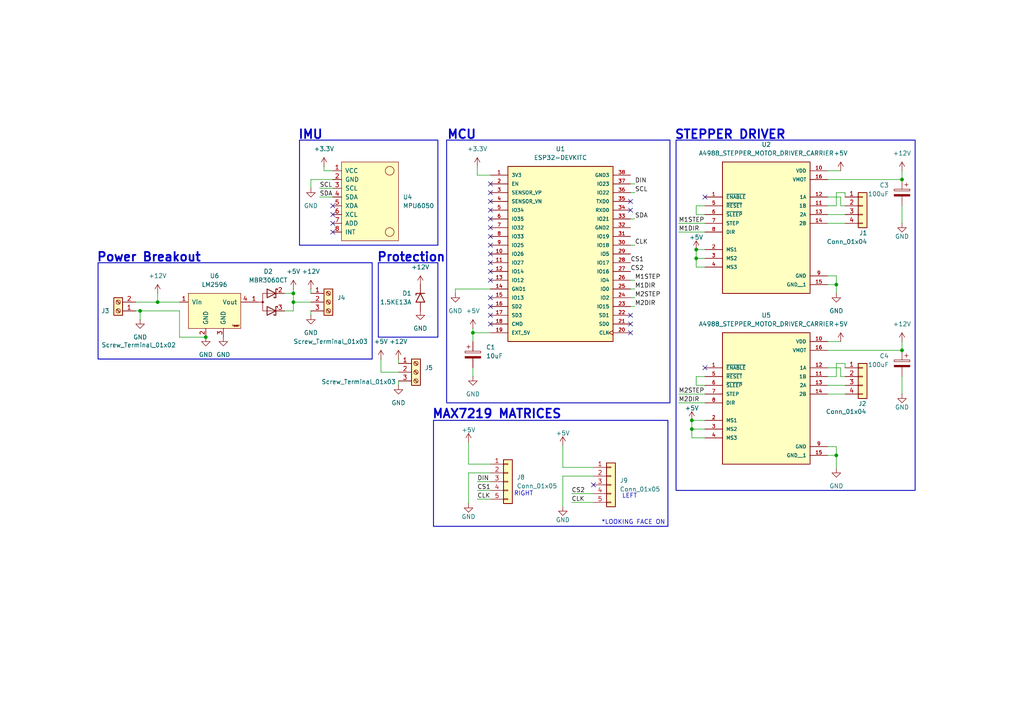
<source format=kicad_sch>
(kicad_sch (version 20250114) (generator "eeschema") (generator_version "9.0")
  (paper "A4")
  (lib_symbols
    (symbol "A4988_STEPPER_MOTOR_DRIVER_CARRIER:A4988_STEPPER_MOTOR_DRIVER_CARRIER" (pin_names (offset 1.016))
      (property "Reference" "U" (at -12.7 19.05 0))
      (property "Value" "A4988_STEPPER_MOTOR_DRIVER_CARRIER" (at -12.7 -24.13 0))
      (symbol "A4988_STEPPER_MOTOR_DRIVER_CARRIER_0_0"
        (rectangle (start -12.7 -20.32) (end 12.7 17.78) (stroke (width 0.254)) (fill (type background)))
        (pin input line (at -17.78 7.62 0) (length 5.08) (name "~{ENABLE}") (number "1"))
        (pin input line (at -17.78 5.08 0) (length 5.08) (name "~{RESET}") (number "5"))
        (pin input line (at -17.78 2.54 0) (length 5.08) (name "~{SLEEP}") (number "6"))
        (pin input line (at -17.78 0 0) (length 5.08) (name "STEP") (number "7"))
        (pin input line (at -17.78 -2.54 0) (length 5.08) (name "DIR") (number "8"))
        (pin input line (at -17.78 -7.62 0) (length 5.08) (name "MS1") (number "2"))
        (pin input line (at -17.78 -10.16 0) (length 5.08) (name "MS2") (number "3"))
        (pin input line (at -17.78 -12.7 0) (length 5.08) (name "MS3") (number "4"))
        (pin power_in line (at 17.78 15.24 180) (length 5.08) (name "VDD") (number "10"))
        (pin power_in line (at 17.78 12.7 180) (length 5.08) (name "VMOT") (number "16"))
        (pin output line (at 17.78 7.62 180) (length 5.08) (name "1A") (number "12"))
        (pin output line (at 17.78 5.08 180) (length 5.08) (name "1B") (number "11"))
        (pin output line (at 17.78 2.54 180) (length 5.08) (name "2A") (number "13"))
        (pin output line (at 17.78 0 180) (length 5.08) (name "2B") (number "14"))
        (pin power_in line (at 17.78 -15.24 180) (length 5.08) (name "GND") (number "9"))
        (pin power_in line (at 17.78 -17.78 180) (length 5.08) (name "GND__1") (number "15"))
      )
    )
    (symbol "Connector:Screw_Terminal_01x02" (pin_names (offset 1.016) (hide yes))
      (property "Reference" "J" (at 0 2.54 0))
      (property "Value" "Screw_Terminal_01x02" (at 0 -5.08 0))
      (symbol "Screw_Terminal_01x02_1_1"
        (rectangle (start -1.27 1.27) (end 1.27 -3.81) (stroke (width 0.254)) (fill (type background)))
        (polyline (pts (xy -0.5334 0.3302) (xy 0.3302 -0.508)) (stroke (width 0.1524)))
        (polyline (pts (xy -0.5334 -2.2098) (xy 0.3302 -3.048)) (stroke (width 0.1524)))
        (polyline (pts (xy -0.3556 0.508) (xy 0.508 -0.3302)) (stroke (width 0.1524)))
        (polyline (pts (xy -0.3556 -2.032) (xy 0.508 -2.8702)) (stroke (width 0.1524)))
        (circle (center 0 0) (radius 0.635) (stroke (width 0.1524)))
        (circle (center 0 -2.54) (radius 0.635) (stroke (width 0.1524)))
        (pin passive line (at -5.08 0 0) (length 3.81) (name "Pin_1") (number "1"))
        (pin passive line (at -5.08 -2.54 0) (length 3.81) (name "Pin_2") (number "2"))
      )
    )
    (symbol "Connector:Screw_Terminal_01x03" (pin_names (offset 1.016) (hide yes))
      (property "Reference" "J" (at 0 5.08 0))
      (property "Value" "Screw_Terminal_01x03" (at 0 -5.08 0))
      (symbol "Screw_Terminal_01x03_1_1"
        (rectangle (start -1.27 3.81) (end 1.27 -3.81) (stroke (width 0.254)) (fill (type background)))
        (polyline (pts (xy -0.5334 2.8702) (xy 0.3302 2.032)) (stroke (width 0.1524)))
        (polyline (pts (xy -0.5334 0.3302) (xy 0.3302 -0.508)) (stroke (width 0.1524)))
        (polyline (pts (xy -0.5334 -2.2098) (xy 0.3302 -3.048)) (stroke (width 0.1524)))
        (polyline (pts (xy -0.3556 3.048) (xy 0.508 2.2098)) (stroke (width 0.1524)))
        (polyline (pts (xy -0.3556 0.508) (xy 0.508 -0.3302)) (stroke (width 0.1524)))
        (polyline (pts (xy -0.3556 -2.032) (xy 0.508 -2.8702)) (stroke (width 0.1524)))
        (circle (center 0 2.54) (radius 0.635) (stroke (width 0.1524)))
        (circle (center 0 0) (radius 0.635) (stroke (width 0.1524)))
        (circle (center 0 -2.54) (radius 0.635) (stroke (width 0.1524)))
        (pin passive line (at -5.08 2.54 0) (length 3.81) (name "Pin_1") (number "1"))
        (pin passive line (at -5.08 0 0) (length 3.81) (name "Pin_2") (number "2"))
        (pin passive line (at -5.08 -2.54 0) (length 3.81) (name "Pin_3") (number "3"))
      )
    )
    (symbol "Connector_Generic:Conn_01x04" (pin_names (offset 1.016) (hide yes))
      (property "Reference" "J" (at 0 5.08 0))
      (property "Value" "Conn_01x04" (at 0 -7.62 0))
      (symbol "Conn_01x04_1_1"
        (rectangle (start -1.27 3.81) (end 1.27 -6.35) (stroke (width 0.254)) (fill (type background)))
        (rectangle (start -1.27 2.667) (end 0 2.413) (stroke (width 0.1524)))
        (rectangle (start -1.27 0.127) (end 0 -0.127) (stroke (width 0.1524)))
        (rectangle (start -1.27 -2.413) (end 0 -2.667) (stroke (width 0.1524)))
        (rectangle (start -1.27 -4.953) (end 0 -5.207) (stroke (width 0.1524)))
        (pin passive line (at -5.08 2.54 0) (length 3.81) (name "Pin_1") (number "1"))
        (pin passive line (at -5.08 0 0) (length 3.81) (name "Pin_2") (number "2"))
        (pin passive line (at -5.08 -2.54 0) (length 3.81) (name "Pin_3") (number "3"))
        (pin passive line (at -5.08 -5.08 0) (length 3.81) (name "Pin_4") (number "4"))
      )
    )
    (symbol "Connector_Generic:Conn_01x05" (pin_names (offset 1.016) (hide yes))
      (property "Reference" "J" (at 0 7.62 0))
      (property "Value" "Conn_01x05" (at 0 -7.62 0))
      (symbol "Conn_01x05_1_1"
        (rectangle (start -1.27 6.35) (end 1.27 -6.35) (stroke (width 0.254)) (fill (type background)))
        (rectangle (start -1.27 5.207) (end 0 4.953) (stroke (width 0.1524)))
        (rectangle (start -1.27 2.667) (end 0 2.413) (stroke (width 0.1524)))
        (rectangle (start -1.27 0.127) (end 0 -0.127) (stroke (width 0.1524)))
        (rectangle (start -1.27 -2.413) (end 0 -2.667) (stroke (width 0.1524)))
        (rectangle (start -1.27 -4.953) (end 0 -5.207) (stroke (width 0.1524)))
        (pin passive line (at -5.08 5.08 0) (length 3.81) (name "Pin_1") (number "1"))
        (pin passive line (at -5.08 2.54 0) (length 3.81) (name "Pin_2") (number "2"))
        (pin passive line (at -5.08 0 0) (length 3.81) (name "Pin_3") (number "3"))
        (pin passive line (at -5.08 -2.54 0) (length 3.81) (name "Pin_4") (number "4"))
        (pin passive line (at -5.08 -5.08 0) (length 3.81) (name "Pin_5") (number "5"))
      )
    )
    (symbol "Device:C_Polarized" (pin_numbers (hide yes)) (pin_names (offset 0.254))
      (property "Reference" "C" (at 0.635 2.54 0))
      (property "Value" "C_Polarized" (at 0.635 -2.54 0))
      (symbol "C_Polarized_0_1"
        (rectangle (start -2.286 0.508) (end 2.286 1.016))
        (polyline (pts (xy -1.778 2.286) (xy -0.762 2.286)))
        (polyline (pts (xy -1.27 2.794) (xy -1.27 1.778)))
        (rectangle (start 2.286 -0.508) (end -2.286 -1.016) (fill (type outline)))
      )
      (symbol "C_Polarized_1_1"
        (pin passive line (at 0 3.81 270) (length 2.794) (name "~") (number "1"))
        (pin passive line (at 0 -3.81 90) (length 2.794) (name "~") (number "2"))
      )
    )
    (symbol "Device:D_Schottky_Dual_CommonAnode_AKK_Parallel" (pin_names (offset 0.762) (hide yes))
      (property "Reference" "D" (at 0 5.08 0))
      (property "Value" "D_Schottky_Dual_CommonAnode_AKK_Parallel" (at 0 -5.08 0))
      (symbol "D_Schottky_Dual_CommonAnode_AKK_Parallel_0_1"
        (circle (center -1.27 0) (radius 0.254) (fill (type outline)))
        (polyline (pts (xy -1.27 0) (xy -2.54 0)))
        (polyline (pts (xy 0 3.81) (xy 2.54 2.54) (xy 0 1.27) (xy 0 3.81) (xy 0 3.81) (xy 0 3.81)) (stroke (width 0.254)))
        (polyline (pts (xy 0 -1.27) (xy 2.54 -2.54) (xy 0 -3.81) (xy 0 -1.27) (xy 0 -1.27) (xy 0 -1.27)) (stroke (width 0.254)))
        (polyline (pts (xy 2.54 2.54) (xy -1.27 2.54) (xy -1.27 -2.54) (xy 2.54 -2.54)))
        (polyline (pts (xy 3.048 3.556) (xy 3.048 3.81) (xy 2.54 3.81) (xy 2.54 1.27) (xy 2.032 1.27) (xy 2.032 1.524)) (stroke (width 0.254)))
        (polyline (pts (xy 3.048 -1.524) (xy 3.048 -1.27) (xy 2.54 -1.27) (xy 2.54 -3.81) (xy 2.032 -3.81) (xy 2.032 -3.556)) (stroke (width 0.254)))
        (pin passive line (at -5.08 0 0) (length 2.54) (name "A") (number "1"))
        (pin passive line (at 5.08 2.54 180) (length 2.54) (name "K") (number "2"))
        (pin passive line (at 5.08 -2.54 180) (length 2.54) (name "K") (number "3"))
      )
    )
    (symbol "Diode:1N630xA" (pin_numbers (hide yes)) (pin_names (offset 1.016) (hide yes))
      (property "Reference" "D" (at 0 2.54 0))
      (property "Value" "1N630xA" (at 0 -2.54 0))
      (symbol "1N630xA_0_1"
        (polyline (pts (xy -0.762 1.27) (xy -1.27 1.27) (xy -1.27 -1.27)) (stroke (width 0.254)))
        (polyline (pts (xy 1.27 1.27) (xy 1.27 -1.27) (xy -1.27 0) (xy 1.27 1.27)) (stroke (width 0.254)))
      )
      (symbol "1N630xA_1_1"
        (pin passive line (at -3.81 0 0) (length 2.54) (name "A1") (number "1"))
        (pin passive line (at 3.81 0 180) (length 2.54) (name "A2") (number "2"))
      )
    )
    (symbol "ESP32-DEVKITC:ESP32-DEVKITC" (pin_names (offset 1.016))
      (property "Reference" "U" (at -15.2572 26.0643 0))
      (property "Value" "ESP32-DEVKITC" (at -15.2563 -27.9698 0))
      (symbol "ESP32-DEVKITC_0_0"
        (rectangle (start -15.24 -25.4) (end 15.24 25.4) (stroke (width 0.254)) (fill (type background)))
        (pin power_in line (at -20.32 22.86 0) (length 5.08) (name "3V3") (number "1"))
        (pin input line (at -20.32 20.32 0) (length 5.08) (name "EN") (number "2"))
        (pin input line (at -20.32 17.78 0) (length 5.08) (name "SENSOR_VP") (number "3"))
        (pin input line (at -20.32 15.24 0) (length 5.08) (name "SENSOR_VN") (number "4"))
        (pin bidirectional line (at -20.32 12.7 0) (length 5.08) (name "IO34") (number "5"))
        (pin bidirectional line (at -20.32 10.16 0) (length 5.08) (name "IO35") (number "6"))
        (pin bidirectional line (at -20.32 7.62 0) (length 5.08) (name "IO32") (number "7"))
        (pin bidirectional line (at -20.32 5.08 0) (length 5.08) (name "IO33") (number "8"))
        (pin bidirectional line (at -20.32 2.54 0) (length 5.08) (name "IO25") (number "9"))
        (pin bidirectional line (at -20.32 0 0) (length 5.08) (name "IO26") (number "10"))
        (pin bidirectional line (at -20.32 -2.54 0) (length 5.08) (name "IO27") (number "11"))
        (pin bidirectional line (at -20.32 -5.08 0) (length 5.08) (name "IO14") (number "12"))
        (pin bidirectional line (at -20.32 -7.62 0) (length 5.08) (name "IO12") (number "13"))
        (pin power_in line (at -20.32 -10.16 0) (length 5.08) (name "GND1") (number "14"))
        (pin bidirectional line (at -20.32 -12.7 0) (length 5.08) (name "IO13") (number "15"))
        (pin bidirectional line (at -20.32 -15.24 0) (length 5.08) (name "SD2") (number "16"))
        (pin bidirectional line (at -20.32 -17.78 0) (length 5.08) (name "SD3") (number "17"))
        (pin bidirectional line (at -20.32 -20.32 0) (length 5.08) (name "CMD") (number "18"))
        (pin power_in line (at -20.32 -22.86 0) (length 5.08) (name "EXT_5V") (number "19"))
        (pin power_in line (at 20.32 22.86 180) (length 5.08) (name "GND3") (number "38"))
        (pin bidirectional line (at 20.32 20.32 180) (length 5.08) (name "IO23") (number "37"))
        (pin bidirectional line (at 20.32 17.78 180) (length 5.08) (name "IO22") (number "36"))
        (pin output line (at 20.32 15.24 180) (length 5.08) (name "TXD0") (number "35"))
        (pin input line (at 20.32 12.7 180) (length 5.08) (name "RXD0") (number "34"))
        (pin bidirectional line (at 20.32 10.16 180) (length 5.08) (name "IO21") (number "33"))
        (pin power_in line (at 20.32 7.62 180) (length 5.08) (name "GND2") (number "32"))
        (pin bidirectional line (at 20.32 5.08 180) (length 5.08) (name "IO19") (number "31"))
        (pin bidirectional line (at 20.32 2.54 180) (length 5.08) (name "IO18") (number "30"))
        (pin bidirectional line (at 20.32 0 180) (length 5.08) (name "IO5") (number "29"))
        (pin bidirectional line (at 20.32 -2.54 180) (length 5.08) (name "IO17") (number "28"))
        (pin bidirectional line (at 20.32 -5.08 180) (length 5.08) (name "IO16") (number "27"))
        (pin bidirectional line (at 20.32 -7.62 180) (length 5.08) (name "IO4") (number "26"))
        (pin bidirectional line (at 20.32 -10.16 180) (length 5.08) (name "IO0") (number "25"))
        (pin bidirectional line (at 20.32 -12.7 180) (length 5.08) (name "IO2") (number "24"))
        (pin bidirectional line (at 20.32 -15.24 180) (length 5.08) (name "IO15") (number "23"))
        (pin bidirectional line (at 20.32 -17.78 180) (length 5.08) (name "SD1") (number "22"))
        (pin bidirectional line (at 20.32 -20.32 180) (length 5.08) (name "SD0") (number "21"))
        (pin input clock (at 20.32 -22.86 180) (length 5.08) (name "CLK") (number "20"))
      )
    )
    (symbol "LM2569:LM2596" (pin_names (offset 1.016))
      (property "Reference" "U" (at -5.08 6.35 0))
      (property "Value" "LM2596" (at 0 11.43 0))
      (symbol "LM2596_0_1"
        (rectangle (start -7.62 5.08) (end 7.62 -5.08) (fill (type background)))
      )
      (symbol "LM2596_1_1"
        (text "Y@@V" (at 6.1976 -4.2672 0) (effects (font (size 0.508 0.508))))
        (pin power_in line (at -10.16 2.54 0) (length 2.54) (name "Vin") (number "1"))
        (pin power_in line (at -2.54 -7.62 90) (length 2.54) (name "GND") (number "2"))
        (pin power_in line (at 2.54 -7.62 90) (length 2.54) (name "GND") (number "3"))
        (pin power_out line (at 10.16 2.54 180) (length 2.54) (name "Vout") (number "4"))
      )
    )
    (symbol "power:+12V" (power) (pin_numbers (hide yes)) (pin_names (offset 0) (hide yes))
      (property "Value" "+12V" (at 0 3.556 0))
      (symbol "+12V_0_1"
        (polyline (pts (xy -0.762 1.27) (xy 0 2.54)))
        (polyline (pts (xy 0 2.54) (xy 0.762 1.27)))
        (polyline (pts (xy 0 0) (xy 0 2.54)))
      )
      (symbol "+12V_1_1"
        (pin power_in line (at 0 0 90) (length 0) (name "~") (number "1"))
      )
    )
    (symbol "power:+3.3V" (power) (pin_numbers (hide yes)) (pin_names (offset 0) (hide yes))
      (property "Value" "+3.3V" (at 0 3.556 0))
      (symbol "+3.3V_0_1"
        (polyline (pts (xy -0.762 1.27) (xy 0 2.54)))
        (polyline (pts (xy 0 2.54) (xy 0.762 1.27)))
        (polyline (pts (xy 0 0) (xy 0 2.54)))
      )
      (symbol "+3.3V_1_1"
        (pin power_in line (at 0 0 90) (length 0) (name "~") (number "1"))
      )
    )
    (symbol "power:+5V" (power) (pin_numbers (hide yes)) (pin_names (offset 0) (hide yes))
      (property "Value" "+5V" (at 0 3.556 0))
      (symbol "+5V_0_1"
        (polyline (pts (xy -0.762 1.27) (xy 0 2.54)))
        (polyline (pts (xy 0 2.54) (xy 0.762 1.27)))
        (polyline (pts (xy 0 0) (xy 0 2.54)))
      )
      (symbol "+5V_1_1"
        (pin power_in line (at 0 0 90) (length 0) (name "~") (number "1"))
      )
    )
    (symbol "power:GND" (power) (pin_numbers (hide yes)) (pin_names (offset 0) (hide yes))
      (property "Value" "GND" (at 0 -3.81 0))
      (symbol "GND_0_1"
        (polyline (pts (xy 0 0) (xy 0 -1.27) (xy 1.27 -1.27) (xy 0 -2.54) (xy -1.27 -1.27) (xy 0 -1.27)))
      )
      (symbol "GND_1_1"
        (pin power_in line (at 0 0 270) (length 0) (name "~") (number "1"))
      )
    )
    (symbol "usini_sensors:module_mpu6050" (pin_names (offset 1.016))
      (property "Reference" "U" (at 2.54 21.59 0))
      (property "Value" "module_mpu6050" (at 11.43 -3.81 0))
      (symbol "module_mpu6050_0_1"
        (rectangle (start 2.54 20.32) (end 19.05 -2.54) (fill (type background)))
        (circle (center 16.51 17.78) (radius 1.27))
        (circle (center 16.51 0) (radius 1.27))
      )
      (symbol "module_mpu6050_1_1"
        (pin input line (at 0 17.78 0) (length 2.54) (name "VCC") (number "1"))
        (pin input line (at 0 15.24 0) (length 2.54) (name "GND") (number "2"))
        (pin input line (at 0 12.7 0) (length 2.54) (name "SCL") (number "3"))
        (pin input line (at 0 10.16 0) (length 2.54) (name "SDA") (number "4"))
        (pin input line (at 0 7.62 0) (length 2.54) (name "XDA") (number "5"))
        (pin input line (at 0 5.08 0) (length 2.54) (name "XCL") (number "6"))
        (pin input line (at 0 2.54 0) (length 2.54) (name "ADD") (number "7"))
        (pin input line (at 0 0 0) (length 2.54) (name "INT") (number "8"))
      )
    )
  )
  (rectangle (start 86.868 40.64) (end 127 71.12) (stroke (width 0.254)))
  (rectangle (start 125.73 121.92) (end 193.7182 152.654) (stroke (width 0.254)))
  (rectangle (start 109.728 76.2) (end 127 97.79) (stroke (width 0.254)))
  (rectangle (start 28.448 76.2) (end 107.95 104.14) (stroke (width 0.254)))
  (rectangle (start 129.54 40.64) (end 194.31 116.84) (stroke (width 0.254)))
  (rectangle (start 196.088 40.64) (end 265.43 142.24) (stroke (width 0.254)))
  (text "MAX7219 MATRICES" (at 125.222 121.666 0) (effects (font (size 2.54 2.54) (thickness 0.508) (bold yes)) (justify left bottom)))
  (text "Protection\n" (at 109.22 76.2 0) (effects (font (size 2.54 2.54) (thickness 0.508) (bold yes)) (justify left bottom)))
  (text "IMU" (at 86.36 40.64 0) (effects (font (size 2.54 2.54) (thickness 0.508) (bold yes)) (justify left bottom)))
  (text "LEFT" (at 184.8282 143.933 0) (effects (font (size 1.27 1.27)) (justify right)))
  (text "RIGHT" (at 154.686 143.256 0) (effects (font (size 1.27 1.27)) (justify right)))
  (text "*LOOKING FACE ON" (at 192.9562 151.553 0) (effects (font (size 1.27 1.27)) (justify right)))
  (text "STEPPER DRIVER" (at 195.58 40.64 0) (effects (font (size 2.54 2.54) (thickness 0.508) (bold yes)) (justify left bottom)))
  (text "Power Breakout\n" (at 27.94 76.2 0) (effects (font (size 2.54 2.54) (thickness 0.508) (bold yes)) (justify left bottom)))
  (text "MCU" (at 129.54 40.64 0) (effects (font (size 2.54 2.54) (thickness 0.508) (bold yes)) (justify left bottom)))
  (junction (at 261.62 52.07))
  (junction (at 85.09 85.09))
  (junction (at 40.64 90.17))
  (junction (at 59.69 97.79))
  (junction (at 201.93 74.93))
  (junction (at 261.62 101.6))
  (junction (at 201.93 72.39))
  (junction (at 242.57 82.55))
  (junction (at 200.66 121.92))
  (junction (at 85.09 87.63))
  (junction (at 242.57 132.08))
  (junction (at 200.66 124.46))
  (junction (at 45.72 87.63))
  (junction (at 137.16 96.52))
  (no_connect (at 204.47 106.68))
  (no_connect (at 182.88 96.52))
  (no_connect (at 142.24 53.34))
  (no_connect (at 96.52 64.77))
  (no_connect (at 96.52 67.31))
  (no_connect (at 142.24 91.44))
  (no_connect (at 142.24 93.98))
  (no_connect (at 142.24 81.28))
  (no_connect (at 182.88 93.98))
  (no_connect (at 182.88 60.96))
  (no_connect (at 142.24 71.12))
  (no_connect (at 142.24 73.66))
  (no_connect (at 142.24 58.42))
  (no_connect (at 142.24 86.36))
  (no_connect (at 204.47 57.15))
  (no_connect (at 142.24 78.74))
  (no_connect (at 142.24 63.5))
  (no_connect (at 142.24 88.9))
  (no_connect (at 96.52 59.69))
  (no_connect (at 142.24 76.2))
  (no_connect (at 142.24 66.04))
  (no_connect (at 182.88 58.42))
  (no_connect (at 182.88 91.44))
  (no_connect (at 142.24 68.58))
  (no_connect (at 172.1282 140.631))
  (no_connect (at 96.52 62.23))
  (no_connect (at 142.24 55.88))
  (no_connect (at 142.24 60.96))
  (wire (pts (xy 115.57 110.49) (xy 115.57 111.76)))
  (wire (pts (xy 90.17 90.17) (xy 90.17 91.44)))
  (wire (pts (xy 240.03 129.54) (xy 242.57 129.54)))
  (wire (pts (xy 196.85 114.3) (xy 204.47 114.3)))
  (wire (pts (xy 200.66 127) (xy 200.66 124.46)))
  (wire (pts (xy 137.16 96.52) (xy 137.16 95.25)))
  (wire (pts (xy 240.03 64.77) (xy 245.11 64.77)))
  (wire (pts (xy 240.03 101.6) (xy 261.62 101.6)))
  (wire (pts (xy 40.64 90.17) (xy 52.07 90.17)))
  (wire (pts (xy 142.24 134.62) (xy 135.89 134.62)))
  (wire (pts (xy 201.93 77.47) (xy 201.93 74.93)))
  (wire (pts (xy 242.57 129.54) (xy 242.57 132.08)))
  (wire (pts (xy 82.55 90.17) (xy 85.09 90.17)))
  (wire (pts (xy 196.85 64.77) (xy 204.47 64.77)))
  (wire (pts (xy 163.2382 138.091) (xy 172.1282 138.091)))
  (wire (pts (xy 242.57 132.08) (xy 242.57 135.89)))
  (wire (pts (xy 138.43 142.24) (xy 142.24 142.24)))
  (wire (pts (xy 142.24 137.16) (xy 135.89 137.16)))
  (wire (pts (xy 240.03 62.23) (xy 245.11 62.23)))
  (wire (pts (xy 184.15 86.36) (xy 182.88 86.36)))
  (wire (pts (xy 240.03 82.55) (xy 242.57 82.55)))
  (wire (pts (xy 115.57 104.14) (xy 115.57 105.41)))
  (wire (pts (xy 240.03 59.69) (xy 242.57 59.69)))
  (wire (pts (xy 132.08 83.82) (xy 132.08 85.09)))
  (wire (pts (xy 201.93 74.93) (xy 204.47 74.93)))
  (wire (pts (xy 201.93 111.76) (xy 204.47 111.76)))
  (wire (pts (xy 196.85 67.31) (xy 204.47 67.31)))
  (wire (pts (xy 85.09 87.63) (xy 85.09 90.17)))
  (wire (pts (xy 184.15 63.5) (xy 182.88 63.5)))
  (wire (pts (xy 85.09 83.82) (xy 85.09 85.09)))
  (wire (pts (xy 242.57 109.22) (xy 240.03 109.22)))
  (wire (pts (xy 142.24 50.8) (xy 138.43 50.8)))
  (wire (pts (xy 182.88 71.12) (xy 184.15 71.12)))
  (wire (pts (xy 242.57 82.55) (xy 242.57 85.09)))
  (wire (pts (xy 96.52 52.07) (xy 90.17 52.07)))
  (wire (pts (xy 93.98 49.53) (xy 93.98 48.26)))
  (wire (pts (xy 240.03 114.3) (xy 245.11 114.3)))
  (wire (pts (xy 39.37 87.63) (xy 45.72 87.63)))
  (wire (pts (xy 45.72 87.63) (xy 45.72 85.09)))
  (wire (pts (xy 245.11 55.88) (xy 245.11 57.15)))
  (wire (pts (xy 243.84 59.69) (xy 243.84 57.15)))
  (wire (pts (xy 240.03 99.06) (xy 243.84 99.06)))
  (wire (pts (xy 184.15 81.28) (xy 182.88 81.28)))
  (wire (pts (xy 163.2382 129.201) (xy 163.2382 135.551)))
  (wire (pts (xy 40.64 90.17) (xy 40.64 92.71)))
  (wire (pts (xy 204.47 127) (xy 200.66 127)))
  (wire (pts (xy 137.16 106.68) (xy 137.16 109.22)))
  (wire (pts (xy 261.62 49.53) (xy 261.62 52.07)))
  (wire (pts (xy 165.7782 143.171) (xy 172.1282 143.171)))
  (wire (pts (xy 204.47 77.47) (xy 201.93 77.47)))
  (wire (pts (xy 242.57 132.08) (xy 240.03 132.08)))
  (wire (pts (xy 135.89 128.27) (xy 135.89 134.62)))
  (wire (pts (xy 142.24 96.52) (xy 137.16 96.52)))
  (wire (pts (xy 196.85 116.84) (xy 204.47 116.84)))
  (wire (pts (xy 204.47 109.22) (xy 201.93 109.22)))
  (wire (pts (xy 90.17 83.82) (xy 90.17 85.09)))
  (wire (pts (xy 163.2382 135.551) (xy 172.1282 135.551)))
  (wire (pts (xy 92.71 57.15) (xy 96.52 57.15)))
  (wire (pts (xy 243.84 109.22) (xy 245.11 109.22)))
  (wire (pts (xy 200.66 124.46) (xy 204.47 124.46)))
  (wire (pts (xy 240.03 52.07) (xy 261.62 52.07)))
  (wire (pts (xy 135.89 137.16) (xy 135.89 146.05)))
  (wire (pts (xy 242.57 105.41) (xy 242.57 109.22)))
  (wire (pts (xy 52.07 90.17) (xy 52.07 97.79)))
  (wire (pts (xy 184.15 83.82) (xy 182.88 83.82)))
  (wire (pts (xy 261.62 114.3) (xy 261.62 109.22)))
  (wire (pts (xy 138.43 50.8) (xy 138.43 48.26)))
  (wire (pts (xy 184.15 55.88) (xy 182.88 55.88)))
  (wire (pts (xy 201.93 62.23) (xy 204.47 62.23)))
  (wire (pts (xy 242.57 59.69) (xy 242.57 55.88)))
  (wire (pts (xy 96.52 49.53) (xy 93.98 49.53)))
  (wire (pts (xy 92.71 54.61) (xy 96.52 54.61)))
  (wire (pts (xy 243.84 106.68) (xy 243.84 109.22)))
  (wire (pts (xy 184.15 88.9) (xy 182.88 88.9)))
  (wire (pts (xy 110.49 104.14) (xy 110.49 107.95)))
  (wire (pts (xy 200.66 121.92) (xy 204.47 121.92)))
  (wire (pts (xy 182.88 53.34) (xy 184.15 53.34)))
  (wire (pts (xy 204.47 59.69) (xy 201.93 59.69)))
  (wire (pts (xy 165.7782 145.711) (xy 172.1282 145.711)))
  (wire (pts (xy 115.57 107.95) (xy 110.49 107.95)))
  (wire (pts (xy 261.62 64.77) (xy 261.62 59.69)))
  (wire (pts (xy 85.09 85.09) (xy 85.09 87.63)))
  (wire (pts (xy 245.11 106.68) (xy 245.11 105.41)))
  (wire (pts (xy 245.11 59.69) (xy 243.84 59.69)))
  (wire (pts (xy 137.16 96.52) (xy 137.16 99.06)))
  (wire (pts (xy 240.03 106.68) (xy 243.84 106.68)))
  (wire (pts (xy 201.93 72.39) (xy 204.47 72.39)))
  (wire (pts (xy 242.57 80.01) (xy 242.57 82.55)))
  (wire (pts (xy 243.84 57.15) (xy 240.03 57.15)))
  (wire (pts (xy 201.93 59.69) (xy 201.93 62.23)))
  (wire (pts (xy 201.93 109.22) (xy 201.93 111.76)))
  (wire (pts (xy 201.93 74.93) (xy 201.93 72.39)))
  (wire (pts (xy 138.43 144.78) (xy 142.24 144.78)))
  (wire (pts (xy 52.07 97.79) (xy 59.69 97.79)))
  (wire (pts (xy 142.24 83.82) (xy 132.08 83.82)))
  (wire (pts (xy 90.17 87.63) (xy 85.09 87.63)))
  (wire (pts (xy 200.66 124.46) (xy 200.66 121.92)))
  (wire (pts (xy 261.62 101.6) (xy 261.62 99.06)))
  (wire (pts (xy 39.37 90.17) (xy 40.64 90.17)))
  (wire (pts (xy 82.55 85.09) (xy 85.09 85.09)))
  (wire (pts (xy 138.43 139.7) (xy 142.24 139.7)))
  (wire (pts (xy 245.11 105.41) (xy 242.57 105.41)))
  (wire (pts (xy 90.17 52.07) (xy 90.17 54.61)))
  (wire (pts (xy 240.03 111.76) (xy 245.11 111.76)))
  (wire (pts (xy 240.03 80.01) (xy 242.57 80.01)))
  (wire (pts (xy 240.03 49.53) (xy 243.84 49.53)))
  (wire (pts (xy 242.57 55.88) (xy 245.11 55.88)))
  (wire (pts (xy 163.2382 138.091) (xy 163.2382 146.981)))
  (wire (pts (xy 45.72 87.63) (xy 52.07 87.63)))
  (label "SCL" (at 184.15 55.88 0))
  (label "CS2" (at 165.7782 143.171 0))
  (label "M1STEP" (at 196.85 64.77 0))
  (label "M1DIR" (at 196.85 67.31 0))
  (label "CLK" (at 165.7782 145.711 0))
  (label "M2STEP" (at 184.15 86.36 0))
  (label "CLK" (at 184.15 71.12 0))
  (label "M2DIR" (at 196.85 116.84 0))
  (label "CS2" (at 182.88 78.74 0))
  (label "CS1" (at 138.43 142.24 0))
  (label "M1DIR" (at 184.15 83.82 0))
  (label "DIN" (at 138.43 139.7 0))
  (label "M2DIR" (at 184.15 88.9 0))
  (label "M1STEP" (at 184.15 81.28 0))
  (label "DIN" (at 184.15 53.34 0))
  (label "SDA" (at 92.71 57.15 0))
  (label "CS1" (at 182.88 76.2 0))
  (label "SDA" (at 184.15 63.5 0))
  (label "SCL" (at 92.71 54.61 0))
  (label "CLK" (at 138.43 144.78 0))
  (label "M2STEP" (at 196.85 114.3 0))
  (symbol (lib_id "Connector:Screw_Terminal_01x03") (at 120.65 107.95 0) (unit 1)
    (property "Reference" "J5" (at 123.19 106.6799 0) (effects (justify left)))
    (property "Value" "Screw_Terminal_01x03" (at 93.218 110.744 0) (effects (justify left)))
    (property "Footprint" "TerminalBlock_Phoenix:TerminalBlock_Phoenix_MKDS-1,5-3-5.08_1x03_P5.08mm_Horizontal" (effects (hide yes)))
    (property "Description" "Generic screw terminal, single row, 01x03, script generated (kicad-library-utils/schlib/autogen/connector/)" (effects (hide yes)))
  )
  (symbol (lib_id "power:+5V") (at 201.93 72.39 0) (unit 1)
    (property "Reference" "#PWR04" (effects (hide yes)))
    (property "Value" "+5V" (at 201.93 68.834 0))
    (property "Description" "Power symbol creates a global label with name \"+5V\"" (effects (hide yes)))
  )
  (symbol (lib_id "power:GND") (at 115.57 111.76 0) (unit 1)
    (property "Reference" "#PWR033" (effects (hide yes)))
    (property "Value" "GND" (at 115.57 116.84 0))
    (property "Description" "Power symbol creates a global label with name \"GND\" , ground" (effects (hide yes)))
  )
  (symbol (lib_id "Connector:Screw_Terminal_01x02") (at 34.29 90.17 180) (unit 1)
    (property "Reference" "J3" (at 31.75 90.1701 0) (effects (justify left)))
    (property "Value" "Screw_Terminal_01x02" (at 51.054 100.076 0) (effects (justify left)))
    (property "Footprint" "TerminalBlock_Phoenix:TerminalBlock_Phoenix_MKDS-1,5-2-5.08_1x02_P5.08mm_Horizontal" (effects (hide yes)))
    (property "Description" "Generic screw terminal, single row, 01x02, script generated (kicad-library-utils/schlib/autogen/connector/)" (effects (hide yes)))
  )
  (symbol (lib_id "LM2569:LM2596") (at 62.23 90.17 0) (unit 1)
    (property "Reference" "U6" (at 62.23 80.01 0))
    (property "Value" "LM2596" (at 62.23 82.55 0))
    (property "Footprint" "LM2596S:DCDC_StepDown_LM2596" (effects (hide yes)))
    (property "Description" "module : adjustable step down module 3.2V-40V to 1.25V-35V 3A" (effects (hide yes)))
  )
  (symbol (lib_id "power:+5V") (at 243.84 99.06 0) (unit 1)
    (property "Reference" "#PWR08" (effects (hide yes)))
    (property "Value" "+5V" (at 243.84 93.98 0))
    (property "Description" "Power symbol creates a global label with name \"+5V\"" (effects (hide yes)))
  )
  (symbol (lib_id "A4988_STEPPER_MOTOR_DRIVER_CARRIER:A4988_STEPPER_MOTOR_DRIVER_CARRIER") (at 222.25 114.3 0) (unit 1)
    (property "Reference" "U5" (at 222.25 91.44 0))
    (property "Value" "A4988_STEPPER_MOTOR_DRIVER_CARRIER" (at 222.25 93.98 0))
    (property "Footprint" "A4988_STEPPER_MOTOR_DRIVER_CARRIER:MODULE_A4988_STEPPER_MOTOR_DRIVER_CARRIER" (effects (hide yes)))
    (property "MF" "Pololu" (effects (hide yes)))
    (property "DESCRIPTION" "Stepper motor controler; IC: A4988; 1A; Uin mot: 8÷35V" (effects (hide yes)))
    (property "PACKAGE" "None" (effects (hide yes)))
    (property "PRICE" "None" (effects (hide yes)))
    (property "Package" "None" (effects (hide yes)))
    (property "Check_prices" "https://www.snapeda.com/parts/A4988%20STEPPER%20MOTOR%20DRIVER%20CARRIER/Pololu/view-part/?ref=eda" (effects (hide yes)))
    (property "Price" "None" (effects (hide yes)))
    (property "SnapEDA_Link" "https://www.snapeda.com/parts/A4988%20STEPPER%20MOTOR%20DRIVER%20CARRIER/Pololu/view-part/?ref=snap" (effects (hide yes)))
    (property "MP" "A4988 STEPPER MOTOR DRIVER CARRIER" (effects (hide yes)))
    (property "Availability" "Not in stock" (effects (hide yes)))
    (property "AVAILABILITY" "Unavailable" (effects (hide yes)))
    (property "Description_1" "Stepper Motor Driver" (effects (hide yes)))
  )
  (symbol (lib_id "power:+5V") (at 200.66 121.92 0) (unit 1)
    (property "Reference" "#PWR03" (effects (hide yes)))
    (property "Value" "+5V" (at 200.66 118.364 0))
    (property "Description" "Power symbol creates a global label with name \"+5V\"" (effects (hide yes)))
  )
  (symbol (lib_id "power:+12V") (at 261.62 49.53 0) (unit 1)
    (property "Reference" "#PWR07" (effects (hide yes)))
    (property "Value" "+12V" (at 261.62 44.45 0))
    (property "Description" "Power symbol creates a global label with name \"+12V\"" (effects (hide yes)))
  )
  (symbol (lib_id "Device:C_Polarized") (at 261.62 105.41 0) (mirror y) (unit 1)
    (property "Reference" "C4" (at 257.81 103.2509 0) (effects (justify left)))
    (property "Value" "100uF" (at 257.81 105.7909 0) (effects (justify left)))
    (property "Footprint" "Capacitor_THT:CP_Radial_D6.3mm_P2.50mm" (effects (hide yes)))
    (property "Description" "Polarized capacitor" (effects (hide yes)))
  )
  (symbol (lib_id "Diode:1N630xA") (at 121.92 86.36 90) (mirror x) (unit 1)
    (property "Reference" "D1" (at 119.38 85.0899 90) (effects (justify left)))
    (property "Value" "1.5KE13A" (at 119.38 87.6299 90) (effects (justify left)))
    (property "Footprint" "Diode_THT:D_DO-201AE_P15.24mm_Horizontal" (effects (hide yes)))
    (property "Datasheet" "https://www.vishay.com/docs/88301/15ke.pdf" (effects (hide yes)))
    (property "Description" "1500W unidirectional TRANSZORB® Transient Voltage Suppressor, DO-201AE" (effects (hide yes)))
  )
  (symbol (lib_id "power:GND") (at 261.62 114.3 0) (unit 1)
    (property "Reference" "#PWR013" (effects (hide yes)))
    (property "Value" "GND" (at 261.62 118.11 0))
    (property "Description" "Power symbol creates a global label with name \"GND\" , ground" (effects (hide yes)))
  )
  (symbol (lib_id "power:+12V") (at 261.62 99.06 0) (unit 1)
    (property "Reference" "#PWR09" (effects (hide yes)))
    (property "Value" "+12V" (at 261.62 93.98 0))
    (property "Description" "Power symbol creates a global label with name \"+12V\"" (effects (hide yes)))
  )
  (symbol (lib_id "Device:D_Schottky_Dual_CommonAnode_AKK_Parallel") (at 77.47 87.63 0) (unit 1)
    (property "Reference" "D2" (at 77.7875 78.74 0))
    (property "Value" "MBR3060CT" (at 77.7875 81.28 0))
    (property "Footprint" "Package_TO_SOT_THT:TO-220-3_Vertical" (effects (hide yes)))
    (property "Description" "Dual Schottky diode, common anode on pin 1" (effects (hide yes)))
  )
  (symbol (lib_id "power:GND") (at 163.2382 146.981 0) (unit 1)
    (property "Reference" "#PWR037" (effects (hide yes)))
    (property "Value" "GND" (at 163.2382 150.791 0))
    (property "Description" "Power symbol creates a global label with name \"GND\" , ground" (effects (hide yes)))
  )
  (symbol (lib_id "power:GND") (at 121.92 90.17 0) (unit 1)
    (property "Reference" "#PWR029" (effects (hide yes)))
    (property "Value" "GND" (at 121.92 95.25 0))
    (property "Description" "Power symbol creates a global label with name \"GND\" , ground" (effects (hide yes)))
  )
  (symbol (lib_id "power:+5V") (at 137.16 95.25 0) (unit 1)
    (property "Reference" "#PWR017" (effects (hide yes)))
    (property "Value" "+5V" (at 137.16 90.17 0))
    (property "Description" "Power symbol creates a global label with name \"+5V\"" (effects (hide yes)))
  )
  (symbol (lib_id "A4988_STEPPER_MOTOR_DRIVER_CARRIER:A4988_STEPPER_MOTOR_DRIVER_CARRIER") (at 222.25 64.77 0) (unit 1)
    (property "Reference" "U2" (at 222.25 41.91 0))
    (property "Value" "A4988_STEPPER_MOTOR_DRIVER_CARRIER" (at 222.25 44.45 0))
    (property "Footprint" "A4988_STEPPER_MOTOR_DRIVER_CARRIER:MODULE_A4988_STEPPER_MOTOR_DRIVER_CARRIER" (effects (hide yes)))
    (property "MF" "Pololu" (effects (hide yes)))
    (property "DESCRIPTION" "Stepper motor controler; IC: A4988; 1A; Uin mot: 8÷35V" (effects (hide yes)))
    (property "PACKAGE" "None" (effects (hide yes)))
    (property "PRICE" "None" (effects (hide yes)))
    (property "Package" "None" (effects (hide yes)))
    (property "Check_prices" "https://www.snapeda.com/parts/A4988%20STEPPER%20MOTOR%20DRIVER%20CARRIER/Pololu/view-part/?ref=eda" (effects (hide yes)))
    (property "Price" "None" (effects (hide yes)))
    (property "SnapEDA_Link" "https://www.snapeda.com/parts/A4988%20STEPPER%20MOTOR%20DRIVER%20CARRIER/Pololu/view-part/?ref=snap" (effects (hide yes)))
    (property "MP" "A4988 STEPPER MOTOR DRIVER CARRIER" (effects (hide yes)))
    (property "Availability" "Not in stock" (effects (hide yes)))
    (property "AVAILABILITY" "Unavailable" (effects (hide yes)))
    (property "Description_1" "Stepper Motor Driver" (effects (hide yes)))
  )
  (symbol (lib_id "power:+12V") (at 45.72 85.09 0) (mirror y) (unit 1)
    (property "Reference" "#PWR022" (effects (hide yes)))
    (property "Value" "+12V" (at 45.72 80.01 0))
    (property "Description" "Power symbol creates a global label with name \"+12V\"" (effects (hide yes)))
  )
  (symbol (lib_id "power:+5V") (at 110.49 104.14 0) (unit 1)
    (property "Reference" "#PWR031" (effects (hide yes)))
    (property "Value" "+5V" (at 110.49 99.06 0))
    (property "Description" "Power symbol creates a global label with name \"+5V\"" (effects (hide yes)))
  )
  (symbol (lib_id "power:GND") (at 64.77 97.79 0) (unit 1)
    (property "Reference" "#PWR025" (effects (hide yes)))
    (property "Value" "GND" (at 64.77 102.87 0))
    (property "Description" "Power symbol creates a global label with name \"GND\" , ground" (effects (hide yes)))
  )
  (symbol (lib_id "power:+3.3V") (at 138.43 48.26 0) (unit 1)
    (property "Reference" "#PWR011" (effects (hide yes)))
    (property "Value" "+3.3V" (at 138.43 43.18 0))
    (property "Description" "Power symbol creates a global label with name \"+3.3V\"" (effects (hide yes)))
  )
  (symbol (lib_id "power:GND") (at 40.64 92.71 0) (mirror y) (unit 1)
    (property "Reference" "#PWR023" (effects (hide yes)))
    (property "Value" "GND" (at 40.64 97.79 0))
    (property "Description" "Power symbol creates a global label with name \"GND\" , ground" (effects (hide yes)))
  )
  (symbol (lib_id "Connector:Screw_Terminal_01x03") (at 95.25 87.63 0) (unit 1)
    (property "Reference" "J4" (at 97.79 86.3599 0) (effects (justify left)))
    (property "Value" "Screw_Terminal_01x03" (at 85.09 99.06 0) (effects (justify left)))
    (property "Footprint" "TerminalBlock_Phoenix:TerminalBlock_Phoenix_MKDS-1,5-3-5.08_1x03_P5.08mm_Horizontal" (effects (hide yes)))
    (property "Description" "Generic screw terminal, single row, 01x03, script generated (kicad-library-utils/schlib/autogen/connector/)" (effects (hide yes)))
  )
  (symbol (lib_id "Connector_Generic:Conn_01x05") (at 147.32 139.7 0) (unit 1)
    (property "Reference" "J8" (at 149.86 138.4299 0) (effects (justify left)))
    (property "Value" "Conn_01x05" (at 149.86 140.9699 0) (effects (justify left)))
    (property "Footprint" "Connector_PinSocket_2.54mm:PinSocket_1x05_P2.54mm_Vertical" (effects (hide yes)))
    (property "Description" "Generic connector, single row, 01x05, script generated (kicad-library-utils/schlib/autogen/connector/)" (effects (hide yes)))
  )
  (symbol (lib_id "power:GND") (at 90.17 54.61 0) (unit 1)
    (property "Reference" "#PWR06" (effects (hide yes)))
    (property "Value" "GND" (at 90.17 59.69 0))
    (property "Description" "Power symbol creates a global label with name \"GND\" , ground" (effects (hide yes)))
  )
  (symbol (lib_id "ESP32-DEVKITC:ESP32-DEVKITC") (at 162.56 73.66 0) (unit 1)
    (property "Reference" "U1" (at 162.56 43.18 0))
    (property "Value" "ESP32-DEVKITC" (at 162.56 45.72 0))
    (property "Footprint" "ESP32-DEVKITC:NODEMCU-32S" (effects (hide yes)))
    (property "SnapEDA_Link" "https://www.snapeda.com/parts/ESP32-DEVKITC/Espressif+Systems/view-part/?ref=snap" (effects (hide yes)))
    (property "Description_1" "ESP32-WROOM-32UE series Transceiver; 802.11 b/g/n (Wi-Fi, WiFi, WLAN), Bluetooth ® Smart Ready 4.x Dual Mode Evaluation Board" (effects (hide yes)))
    (property "Package" "None" (effects (hide yes)))
    (property "Check_prices" "https://www.snapeda.com/parts/ESP32-DEVKITC/Espressif+Systems/view-part/?ref=eda" (effects (hide yes)))
    (property "STANDARD" "Manufacturer Recommendations" (effects (hide yes)))
    (property "PARTREV" "N/A" (effects (hide yes)))
    (property "MF" "Espressif Systems" (effects (hide yes)))
    (property "MP" "ESP32-DEVKITC" (effects (hide yes)))
    (property "MANUFACTURER" "ESPRESSIF" (effects (hide yes)))
  )
  (symbol (lib_id "power:GND") (at 242.57 85.09 0) (unit 1)
    (property "Reference" "#PWR02" (effects (hide yes)))
    (property "Value" "GND" (at 242.57 90.17 0))
    (property "Description" "Power symbol creates a global label with name \"GND\" , ground" (effects (hide yes)))
  )
  (symbol (lib_id "power:GND") (at 242.57 135.89 0) (unit 1)
    (property "Reference" "#PWR01" (effects (hide yes)))
    (property "Value" "GND" (at 242.57 140.97 0))
    (property "Description" "Power symbol creates a global label with name \"GND\" , ground" (effects (hide yes)))
  )
  (symbol (lib_id "power:+12V") (at 115.57 104.14 0) (mirror y) (unit 1)
    (property "Reference" "#PWR032" (effects (hide yes)))
    (property "Value" "+12V" (at 115.57 99.06 0))
    (property "Description" "Power symbol creates a global label with name \"+12V\"" (effects (hide yes)))
  )
  (symbol (lib_id "power:+5V") (at 163.2382 129.201 0) (unit 1)
    (property "Reference" "#PWR036" (effects (hide yes)))
    (property "Value" "+5V" (at 163.2382 125.645 0))
    (property "Description" "Power symbol creates a global label with name \"+5V\"" (effects (hide yes)))
  )
  (symbol (lib_id "Connector_Generic:Conn_01x04") (at 250.19 59.69 0) (unit 1)
    (property "Reference" "J1" (at 249.174 67.564 0) (effects (justify left)))
    (property "Value" "Conn_01x04" (at 239.776 70.104 0) (effects (justify left)))
    (property "Footprint" "Connector_PinHeader_2.54mm:PinHeader_1x04_P2.54mm_Vertical" (effects (hide yes)))
    (property "Description" "Generic connector, single row, 01x04, script generated (kicad-library-utils/schlib/autogen/connector/)" (effects (hide yes)))
  )
  (symbol (lib_id "Connector_Generic:Conn_01x04") (at 250.19 109.22 0) (unit 1)
    (property "Reference" "J2" (at 248.92 117.094 0) (effects (justify left)))
    (property "Value" "Conn_01x04" (at 239.522 119.38 0) (effects (justify left)))
    (property "Footprint" "Connector_PinHeader_2.54mm:PinHeader_1x04_P2.54mm_Vertical" (effects (hide yes)))
    (property "Description" "Generic connector, single row, 01x04, script generated (kicad-library-utils/schlib/autogen/connector/)" (effects (hide yes)))
  )
  (symbol (lib_id "power:+5V") (at 135.89 128.27 0) (unit 1)
    (property "Reference" "#PWR034" (effects (hide yes)))
    (property "Value" "+5V" (at 135.89 124.714 0))
    (property "Description" "Power symbol creates a global label with name \"+5V\"" (effects (hide yes)))
  )
  (symbol (lib_id "power:+3.3V") (at 93.98 48.26 0) (unit 1)
    (property "Reference" "#PWR010" (effects (hide yes)))
    (property "Value" "+3.3V" (at 93.98 43.18 0))
    (property "Description" "Power symbol creates a global label with name \"+3.3V\"" (effects (hide yes)))
  )
  (symbol (lib_id "power:GND") (at 90.17 91.44 0) (unit 1)
    (property "Reference" "#PWR030" (effects (hide yes)))
    (property "Value" "GND" (at 90.17 96.52 0))
    (property "Description" "Power symbol creates a global label with name \"GND\" , ground" (effects (hide yes)))
  )
  (symbol (lib_id "power:GND") (at 261.62 64.77 0) (unit 1)
    (property "Reference" "#PWR012" (effects (hide yes)))
    (property "Value" "GND" (at 261.62 68.58 0))
    (property "Description" "Power symbol creates a global label with name \"GND\" , ground" (effects (hide yes)))
  )
  (symbol (lib_id "power:GND") (at 132.08 85.09 0) (unit 1)
    (property "Reference" "#PWR016" (effects (hide yes)))
    (property "Value" "GND" (at 132.08 90.17 0))
    (property "Description" "Power symbol creates a global label with name \"GND\" , ground" (effects (hide yes)))
  )
  (symbol (lib_id "power:+5V") (at 85.09 83.82 0) (unit 1)
    (property "Reference" "#PWR027" (effects (hide yes)))
    (property "Value" "+5V" (at 85.09 78.74 0))
    (property "Description" "Power symbol creates a global label with name \"+5V\"" (effects (hide yes)))
  )
  (symbol (lib_id "Device:C_Polarized") (at 137.16 102.87 0) (unit 1)
    (property "Reference" "C1" (at 140.97 100.7109 0) (effects (justify left)))
    (property "Value" "10uF" (at 140.97 103.2509 0) (effects (justify left)))
    (property "Footprint" "Capacitor_THT:CP_Radial_D6.3mm_P2.50mm" (effects (hide yes)))
    (property "Description" "Polarized capacitor" (effects (hide yes)))
  )
  (symbol (lib_id "usini_sensors:module_mpu6050") (at 96.52 67.31 0) (unit 1)
    (property "Reference" "U4" (at 116.84 57.1499 0) (effects (justify left)))
    (property "Value" "MPU6050" (at 116.84 59.6899 0) (effects (justify left)))
    (property "Footprint" "usini_sensors:module_mpu6050" (effects (hide yes)))
  )
  (symbol (lib_id "power:GND") (at 59.69 97.79 0) (unit 1)
    (property "Reference" "#PWR024" (effects (hide yes)))
    (property "Value" "GND" (at 59.69 102.87 0))
    (property "Description" "Power symbol creates a global label with name \"GND\" , ground" (effects (hide yes)))
  )
  (symbol (lib_id "power:GND") (at 135.89 146.05 0) (unit 1)
    (property "Reference" "#PWR035" (effects (hide yes)))
    (property "Value" "GND" (at 135.89 149.86 0))
    (property "Description" "Power symbol creates a global label with name \"GND\" , ground" (effects (hide yes)))
  )
  (symbol (lib_id "Connector_Generic:Conn_01x05") (at 177.2082 140.631 0) (unit 1)
    (property "Reference" "J9" (at 179.7482 139.3609 0) (effects (justify left)))
    (property "Value" "Conn_01x05" (at 179.7482 141.9009 0) (effects (justify left)))
    (property "Footprint" "Connector_PinSocket_2.54mm:PinSocket_1x05_P2.54mm_Vertical" (effects (hide yes)))
    (property "Description" "Generic connector, single row, 01x05, script generated (kicad-library-utils/schlib/autogen/connector/)" (effects (hide yes)))
  )
  (symbol (lib_id "power:+12V") (at 121.92 82.55 0) (unit 1)
    (property "Reference" "#PWR028" (effects (hide yes)))
    (property "Value" "+12V" (at 121.92 77.47 0))
    (property "Description" "Power symbol creates a global label with name \"+12V\"" (effects (hide yes)))
  )
  (symbol (lib_id "Device:C_Polarized") (at 261.62 55.88 0) (mirror y) (unit 1)
    (property "Reference" "C3" (at 257.81 53.7209 0) (effects (justify left)))
    (property "Value" "100uF" (at 257.81 56.2609 0) (effects (justify left)))
    (property "Footprint" "Capacitor_THT:CP_Radial_D6.3mm_P2.50mm" (effects (hide yes)))
    (property "Description" "Polarized capacitor" (effects (hide yes)))
  )
  (symbol (lib_id "power:GND") (at 137.16 109.22 0) (unit 1)
    (property "Reference" "#PWR018" (effects (hide yes)))
    (property "Value" "GND" (at 137.16 114.3 0))
    (property "Description" "Power symbol creates a global label with name \"GND\" , ground" (effects (hide yes)))
  )
  (symbol (lib_id "power:+5V") (at 243.84 49.53 0) (unit 1)
    (property "Reference" "#PWR05" (effects (hide yes)))
    (property "Value" "+5V" (at 243.84 44.45 0))
    (property "Description" "Power symbol creates a global label with name \"+5V\"" (effects (hide yes)))
  )
  (symbol (lib_id "power:+12V") (at 90.17 83.82 0) (mirror y) (unit 1)
    (property "Reference" "#PWR026" (effects (hide yes)))
    (property "Value" "+12V" (at 90.17 78.74 0))
    (property "Description" "Power symbol creates a global label with name \"+12V\"" (effects (hide yes)))
  )
)
</source>
